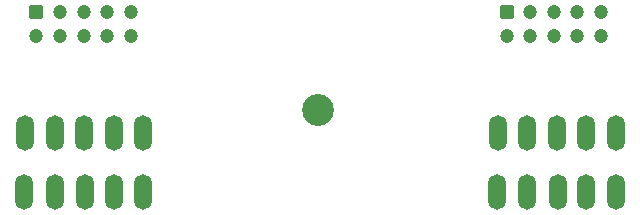
<source format=gbr>
%TF.GenerationSoftware,KiCad,Pcbnew,9.0.5*%
%TF.CreationDate,2025-10-21T11:31:11+02:00*%
%TF.ProjectId,PCB_switches,5043425f-7377-4697-9463-6865732e6b69,rev?*%
%TF.SameCoordinates,Original*%
%TF.FileFunction,Soldermask,Top*%
%TF.FilePolarity,Negative*%
%FSLAX46Y46*%
G04 Gerber Fmt 4.6, Leading zero omitted, Abs format (unit mm)*
G04 Created by KiCad (PCBNEW 9.0.5) date 2025-10-21 11:31:11*
%MOMM*%
%LPD*%
G01*
G04 APERTURE LIST*
G04 Aperture macros list*
%AMRoundRect*
0 Rectangle with rounded corners*
0 $1 Rounding radius*
0 $2 $3 $4 $5 $6 $7 $8 $9 X,Y pos of 4 corners*
0 Add a 4 corners polygon primitive as box body*
4,1,4,$2,$3,$4,$5,$6,$7,$8,$9,$2,$3,0*
0 Add four circle primitives for the rounded corners*
1,1,$1+$1,$2,$3*
1,1,$1+$1,$4,$5*
1,1,$1+$1,$6,$7*
1,1,$1+$1,$8,$9*
0 Add four rect primitives between the rounded corners*
20,1,$1+$1,$2,$3,$4,$5,0*
20,1,$1+$1,$4,$5,$6,$7,0*
20,1,$1+$1,$6,$7,$8,$9,0*
20,1,$1+$1,$8,$9,$2,$3,0*%
G04 Aperture macros list end*
%ADD10C,2.700000*%
%ADD11O,1.500000X3.000000*%
%ADD12RoundRect,0.250000X-0.350000X-0.350000X0.350000X-0.350000X0.350000X0.350000X-0.350000X0.350000X0*%
%ADD13C,1.200000*%
G04 APERTURE END LIST*
D10*
%TO.C,REF\u002A\u002A*%
X128800000Y-96300000D03*
%TD*%
D11*
%TO.C,SW1*%
X104047791Y-98217500D03*
X106547791Y-98217500D03*
X109047791Y-98217500D03*
X111547791Y-98217500D03*
X114047791Y-98217500D03*
X103952210Y-103217500D03*
X106547791Y-103217500D03*
X109129260Y-103232421D03*
X111547791Y-103217500D03*
X114047791Y-103217500D03*
%TD*%
D12*
%TO.C,J1*%
X105000000Y-88000000D03*
D13*
X107000000Y-88000000D03*
X109000000Y-88000000D03*
X111000000Y-88000000D03*
X113000000Y-88000000D03*
X105000000Y-90000000D03*
X107000000Y-90000000D03*
X109000000Y-90000000D03*
X111000000Y-90000000D03*
X113000000Y-90000000D03*
%TD*%
D12*
%TO.C,J2*%
X144800000Y-88000000D03*
D13*
X146800000Y-88000000D03*
X148800000Y-88000000D03*
X150800000Y-88000000D03*
X152800000Y-88000000D03*
X144800000Y-90000000D03*
X146800000Y-90000000D03*
X148800000Y-90000000D03*
X150800000Y-90000000D03*
X152800000Y-90000000D03*
%TD*%
D11*
%TO.C,SW2*%
X144047791Y-98217500D03*
X146547791Y-98217500D03*
X149047791Y-98217500D03*
X151547791Y-98217500D03*
X154047791Y-98217500D03*
X143952210Y-103217500D03*
X146547791Y-103217500D03*
X149129260Y-103232421D03*
X151547791Y-103217500D03*
X154047791Y-103217500D03*
%TD*%
M02*

</source>
